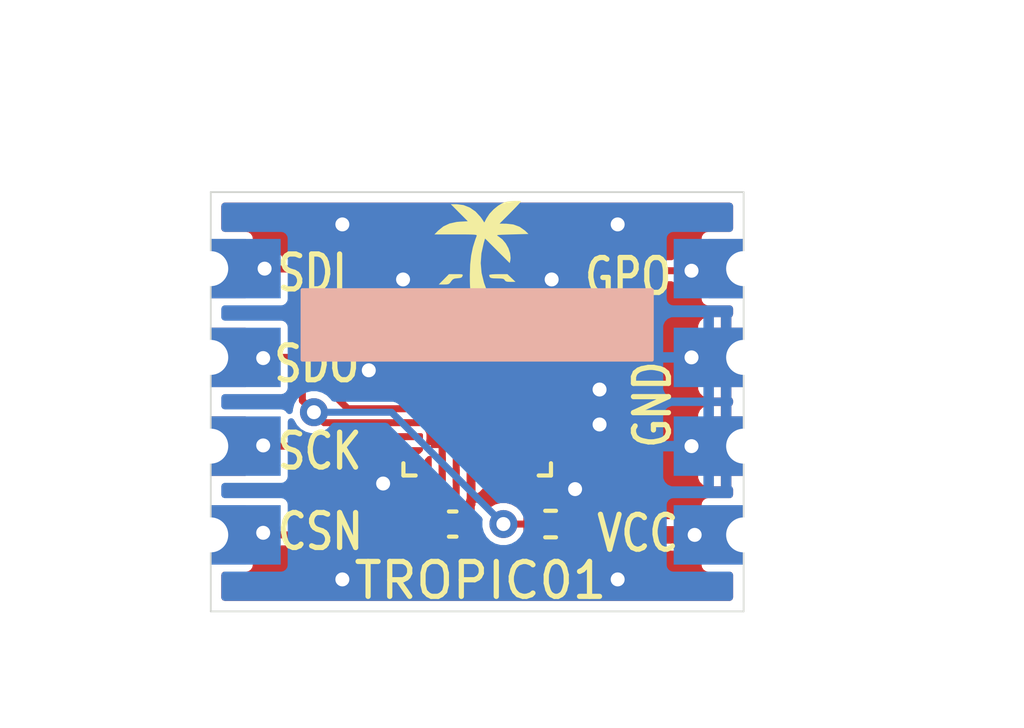
<source format=kicad_pcb>
(kicad_pcb (version 20241229) (generator "pcbnew") (generator_version "9.0")
  (layers (0 "F.Cu" signal) (2 "B.Cu" signal) (13 "F.Paste" user) (15 "B.Paste" user) (5 "F.SilkS" user "F.Silkscreen") (7 "B.SilkS" user "B.Silkscreen") (1 "F.Mask" user) (3 "B.Mask" user) (25 "Edge.Cuts" user))
  (net 0 "")
  (net 1 "VCC")
  (net 2 "GND")
  (net 8 "/GPO")
  (net 9 "/SPI_SCK")
  (net 11 "/SPI_CS")
  (net 15 "/SPI_MOSI")
  (net 17 "/SPI_MISO")
  (footprint "_con_misc:castellated_4x2.54" (layer "F.Cu") (at 130 99.81 180)
    (property "Reference" "J2" (hide yes))
    (property "Value" "Edge conn 4x 2.54")
    (pad "1" smd rect (at -1 7.62 180) (size 2 1.7) (layers "B.Cu" "B.Mask") (net 15 "/SPI_MOSI"))
    (pad "1" thru_hole rect (at 0 7.62 180) (size 1 1.7) (drill 1 (offset -0.5 0)) (property pad_prop_castellated) (layers "*.Cu" "*.Mask") (net 15 "/SPI_MOSI"))
    (pad "2" smd rect (at -1 5.08 180) (size 2 1.7) (layers "B.Cu" "B.Mask") (net 17 "/SPI_MISO"))
    (pad "2" thru_hole rect (at 0 5.08 180) (size 1 1.7) (drill 1 (offset -0.5 0)) (property pad_prop_castellated) (layers "*.Cu" "*.Mask") (net 17 "/SPI_MISO"))
    (pad "3" smd rect (at -1 2.54 180) (size 2 1.7) (layers "B.Cu" "B.Mask") (net 9 "/SPI_SCK"))
    (pad "3" thru_hole rect (at 0 2.54 180) (size 1 1.7) (drill 1 (offset -0.5 0)) (property pad_prop_castellated) (layers "*.Cu" "*.Mask") (net 9 "/SPI_SCK"))
    (pad "4" smd rect (at -1 0 180) (size 2 1.7) (layers "B.Cu" "B.Mask") (net 11 "/SPI_CS"))
    (pad "4" thru_hole rect (at 0 0 180) (size 1 1.7) (drill 1 (offset -0.5 0)) (property pad_prop_castellated) (layers "*.Cu" "*.Mask") (net 11 "/SPI_CS"))
  )
  (footprint "Resistor_SMD:R_0402_1005Metric" (layer "F.Cu") (at 139.72 99.5)
    (property "Reference" "R1" (hide yes))
    (property "Value" "47k")
    (fp_line (start -0.153641 -0.38) (end 0.153641 -0.38) (stroke (width 0.12)) (layer "F.SilkS"))
    (fp_line (start -0.153641 0.38) (end 0.153641 0.38) (stroke (width 0.12)) (layer "F.SilkS"))
    (pad "1" smd roundrect (at -0.51 0) (size 0.54 0.64) (layers "F.Cu" "F.Mask" "F.Paste") (net 17 "/SPI_MISO"))
    (pad "2" smd roundrect (at 0.51 0) (size 0.54 0.64) (layers "F.Cu" "F.Mask" "F.Paste") (net 1 "VCC"))
  )
  (footprint "tropic01_chip:QFN-32-1EP_4x4mm_P0.4mm_EP2.65x2.65mm" (layer "F.Cu") (at 137.62 96)
    (property "Reference" "IC1" (hide yes))
    (property "Value" "TROPIC01_chip")
    (fp_line (start -2.11 -1.76) (end -2.11 -1.87) (stroke (width 0.12)) (layer "F.SilkS"))
    (fp_line (start -2.11 2.11) (end -2.11 1.76) (stroke (width 0.12)) (layer "F.SilkS"))
    (fp_line (start -1.76 2.11) (end -2.11 2.11) (stroke (width 0.12)) (layer "F.SilkS"))
    (fp_line (start 1.76 -2.11) (end 2.11 -2.11) (stroke (width 0.12)) (layer "F.SilkS"))
    (fp_line (start 1.76 2.11) (end 2.11 2.11) (stroke (width 0.12)) (layer "F.SilkS"))
    (fp_line (start 2.11 -2.11) (end 2.11 -1.76) (stroke (width 0.12)) (layer "F.SilkS"))
    (fp_line (start 2.11 2.11) (end 2.11 1.76) (stroke (width 0.12)) (layer "F.SilkS"))
    (fp_poly (pts (xy -2.11 -2.11) (xy -2.35 -2.44) (xy -1.87 -2.44) (xy -2.11 -2.11)) (stroke (width 0.12)) (fill yes) (layer "F.SilkS"))
    (pad "1" smd custom (at -1.95 -1.4) (size 0.129289 0.129289) (layers "F.Cu" "F.Mask" "F.Paste") (net 1 "VCC") (options (clearance outline) (anchor circle)) (primitives (gr_poly (pts (xy -0.35 -0.05) (xy 0.279289 -0.05) (xy 0.35 0.020711) (xy 0.35 0.05) (xy -0.35 0.05)) (width 0.1) (fill yes))))
    (pad "2" smd roundrect (at -1.95 -1) (size 0.8 0.2) (layers "F.Cu" "F.Mask" "F.Paste") (net 2 "GND"))
    (pad "3" smd roundrect (at -1.95 -0.6) (size 0.8 0.2) (layers "F.Cu" "F.Mask" "F.Paste") (net 2 "GND"))
    (pad "4" smd roundrect (at -1.95 -0.2) (size 0.8 0.2) (layers "F.Cu" "F.Mask" "F.Paste") (net 8 "/GPO"))
    (pad "5" smd roundrect (at -1.95 0.2) (size 0.8 0.2) (layers "F.Cu" "F.Mask" "F.Paste") (net 15 "/SPI_MOSI"))
    (pad "6" smd roundrect (at -1.95 0.6) (size 0.8 0.2) (layers "F.Cu" "F.Mask" "F.Paste") (net 17 "/SPI_MISO"))
    (pad "7" smd roundrect (at -1.95 1) (size 0.8 0.2) (layers "F.Cu" "F.Mask" "F.Paste") (net 9 "/SPI_SCK"))
    (pad "8" smd custom (at -1.95 1.4) (size 0.129289 0.129289) (layers "F.Cu" "F.Mask" "F.Paste") (net 11 "/SPI_CS") (options (clearance outline) (anchor circle)) (primitives (gr_poly (pts (xy -0.35 -0.05) (xy 0.35 -0.05) (xy 0.35 -0.020711) (xy 0.279289 0.05) (xy -0.35 0.05)) (width 0.1) (fill yes))))
    (pad "9" smd custom (at -1.4 1.95) (size 0.129289 0.129289) (layers "F.Cu" "F.Mask" "F.Paste") (net 2 "GND") (options (clearance outline) (anchor circle)) (primitives (gr_poly (pts (xy -0.05 -0.279289) (xy 0.020711 -0.35) (xy 0.05 -0.35) (xy 0.05 0.35) (xy -0.05 0.35)) (width 0.1) (fill yes))))
    (pad "10" smd roundrect (at -1 1.95) (size 0.2 0.8) (layers "F.Cu" "F.Mask" "F.Paste") (net 2 "GND"))
    (pad "11" smd roundrect (at -0.6 1.95) (size 0.2 0.8) (layers "F.Cu" "F.Mask" "F.Paste") (net 1 "VCC"))
    (pad "12" smd roundrect (at -0.2 1.95) (size 0.2 0.8) (layers "F.Cu" "F.Mask" "F.Paste") (net 2 "GND"))
    (pad "13" smd roundrect (at 0.2 1.95) (size 0.2 0.8) (layers "F.Cu" "F.Mask" "F.Paste"))
    (pad "14" smd roundrect (at 0.6 1.95) (size 0.2 0.8) (layers "F.Cu" "F.Mask" "F.Paste"))
    (pad "15" smd roundrect (at 1 1.95) (size 0.2 0.8) (layers "F.Cu" "F.Mask" "F.Paste"))
    (pad "16" smd custom (at 1.4 1.95) (size 0.129289 0.129289) (layers "F.Cu" "F.Mask" "F.Paste") (options (clearance outline) (anchor circle)) (primitives (gr_poly (pts (xy -0.05 -0.35) (xy -0.020711 -0.35) (xy 0.05 -0.279289) (xy 0.05 0.35) (xy -0.05 0.35)) (width 0.1) (fill yes))))
    (pad "17" smd custom (at 1.95 1.4) (size 0.129289 0.129289) (layers "F.Cu" "F.Mask" "F.Paste") (options (clearance outline) (anchor circle)) (primitives (gr_poly (pts (xy -0.35 -0.05) (xy 0.35 -0.05) (xy 0.35 0.05) (xy -0.279289 0.05) (xy -0.35 -0.020711)) (width 0.1) (fill yes))))
    (pad "18" smd roundrect (at 1.95 1) (size 0.8 0.2) (layers "F.Cu" "F.Mask" "F.Paste"))
    (pad "19" smd roundrect (at 1.95 0.6) (size 0.8 0.2) (layers "F.Cu" "F.Mask" "F.Paste"))
    (pad "20" smd roundrect (at 1.95 0.2) (size 0.8 0.2) (layers "F.Cu" "F.Mask" "F.Paste"))
    (pad "21" smd roundrect (at 1.95 -0.2) (size 0.8 0.2) (layers "F.Cu" "F.Mask" "F.Paste"))
    (pad "22" smd roundrect (at 1.95 -0.6) (size 0.8 0.2) (layers "F.Cu" "F.Mask" "F.Paste") (net 1 "VCC"))
    (pad "23" smd roundrect (at 1.95 -1) (size 0.8 0.2) (layers "F.Cu" "F.Mask" "F.Paste") (net 2 "GND"))
    (pad "24" smd custom (at 1.95 -1.4) (size 0.129289 0.129289) (layers "F.Cu" "F.Mask" "F.Paste") (net 1 "VCC") (options (clearance outline) (anchor circle)) (primitives (gr_poly (pts (xy -0.35 0.020711) (xy -0.279289 -0.05) (xy 0.35 -0.05) (xy 0.35 0.05) (xy -0.35 0.05)) (width 0.1) (fill yes))))
    (pad "25" smd custom (at 1.4 -1.95) (size 0.129289 0.129289) (layers "F.Cu" "F.Mask" "F.Paste") (options (clearance outline) (anchor circle)) (primitives (gr_poly (pts (xy -0.05 -0.35) (xy 0.05 -0.35) (xy 0.05 0.279289) (xy -0.020711 0.35) (xy -0.05 0.35)) (width 0.1) (fill yes))))
    (pad "26" smd roundrect (at 1 -1.95) (size 0.2 0.8) (layers "F.Cu" "F.Mask" "F.Paste"))
    (pad "27" smd roundrect (at 0.6 -1.95) (size 0.2 0.8) (layers "F.Cu" "F.Mask" "F.Paste"))
    (pad "28" smd roundrect (at 0.2 -1.95) (size 0.2 0.8) (layers "F.Cu" "F.Mask" "F.Paste"))
    (pad "29" smd roundrect (at -0.2 -1.95) (size 0.2 0.8) (layers "F.Cu" "F.Mask" "F.Paste"))
    (pad "30" smd roundrect (at -0.6 -1.95) (size 0.2 0.8) (layers "F.Cu" "F.Mask" "F.Paste") (net 2 "GND"))
    (pad "31" smd roundrect (at -1 -1.95) (size 0.2 0.8) (layers "F.Cu" "F.Mask" "F.Paste") (net 2 "GND"))
    (pad "32" smd custom (at -1.4 -1.95) (size 0.129289 0.129289) (layers "F.Cu" "F.Mask" "F.Paste") (options (clearance outline) (anchor circle)) (primitives (gr_poly (pts (xy -0.05 -0.35) (xy 0.05 -0.35) (xy 0.05 0.35) (xy 0.020711 0.35) (xy -0.05 0.279289)) (width 0.1) (fill yes))))
    (pad "33" smd rect (at 0 0) (size 2.65 2.65) (property pad_prop_heatsink) (layers "F.Cu" "F.Mask") (net 2 "GND"))
  )
  (footprint "Fiducial:Fiducial_0.5mm_Mask1mm" (layer "F.Cu") (at 135.12 99.5)
    (property "Reference" "FID1" (hide yes))
    (property "Value" "Fiducial" (hide yes))
    (pad "" smd circle (at 0 0) (size 0.5 0.5) (layers "F.Cu" "F.Mask") (clearance 0.35))
  )
  (footprint "_con_misc:castellated_4x2.54" (layer "F.Cu") (at 145.24 92.19)
    (property "Reference" "J1" (hide yes))
    (property "Value" "Edge conn 4x 2.54")
    (pad "1" smd rect (at -1 7.62) (size 2 1.7) (layers "B.Cu" "B.Mask") (net 1 "VCC"))
    (pad "1" thru_hole rect (at 0 7.62) (size 1 1.7) (drill 1 (offset -0.5 0)) (property pad_prop_castellated) (layers "*.Cu" "*.Mask") (net 1 "VCC"))
    (pad "2" smd rect (at -1 5.08) (size 2 1.7) (layers "B.Cu" "B.Mask") (net 2 "GND"))
    (pad "2" thru_hole rect (at 0 5.08) (size 1 1.7) (drill 1 (offset -0.5 0)) (property pad_prop_castellated) (layers "*.Cu" "*.Mask") (net 2 "GND"))
    (pad "3" smd rect (at -1 2.54) (size 2 1.7) (layers "B.Cu" "B.Mask") (net 2 "GND"))
    (pad "3" thru_hole rect (at 0 2.54) (size 1 1.7) (drill 1 (offset -0.5 0)) (property pad_prop_castellated) (layers "*.Cu" "*.Mask") (net 2 "GND"))
    (pad "4" smd rect (at -1 0) (size 2 1.7) (layers "B.Cu" "B.Mask") (net 8 "/GPO"))
    (pad "4" thru_hole rect (at 0 0) (size 1 1.7) (drill 1 (offset -0.5 0)) (property pad_prop_castellated) (layers "*.Cu" "*.Mask") (net 8 "/GPO"))
  )
  (footprint "Capacitor_SMD:C_0402_1005Metric" (layer "F.Cu") (at 136.92 99.5 180)
    (property "Reference" "C2" (hide yes))
    (property "Value" "100n")
    (fp_line (start -0.107836 0.36) (end 0.107836 0.36) (stroke (width 0.12)) (layer "F.SilkS"))
    (fp_line (start -0.107836 -0.36) (end 0.107836 -0.36) (stroke (width 0.12)) (layer "F.SilkS"))
    (pad "1" smd roundrect (at -0.48 0 180) (size 0.56 0.62) (layers "F.Cu" "F.Mask" "F.Paste") (net 2 "GND"))
    (pad "2" smd roundrect (at 0.48 0 180) (size 0.56 0.62) (layers "F.Cu" "F.Mask" "F.Paste") (net 1 "VCC"))
  )
  (footprint "Capacitor_SMD:C_0402_1005Metric" (layer "F.Cu") (at 141.12 94.48 90)
    (property "Reference" "C3" (hide yes))
    (property "Value" "100n")
    (fp_line (start -0.107836 -0.36) (end 0.107836 -0.36) (stroke (width 0.12)) (layer "F.SilkS"))
    (fp_line (start -0.107836 0.36) (end 0.107836 0.36) (stroke (width 0.12)) (layer "F.SilkS"))
    (pad "1" smd roundrect (at -0.48 0 90) (size 0.56 0.62) (layers "F.Cu" "F.Mask" "F.Paste") (net 2 "GND"))
    (pad "2" smd roundrect (at 0.48 0 90) (size 0.56 0.62) (layers "F.Cu" "F.Mask" "F.Paste") (net 1 "VCC"))
  )
  (footprint "ts_logo:tropicsquare_palm_3" (layer "F.Cu") (at 136.982372 91.766868)
    (property "Reference" "G2" (hide yes))
    (property "Value" "logo" (hide yes))
    (fp_poly (pts (xy 0.133872 0.581189) (xy 0.192987 0.584634) (xy 0.220515 0.59368) (xy 0.225372 0.611028) (xy 0.217632 0.636235) (xy 0.196231 0.670944) (xy 0.155393 0.689693) (xy 0.080773 0.698705) (xy 0.072535 0.699215) (xy -0.006383 0.70788) (xy -0.055957 0.728756) (xy -0.096218 0.771988) (xy -0.110067 0.791702) (xy -0.145862 0.839346) (xy -0.181255 0.864814) (xy -0.232958 0.875044) (xy -0.315492 0.876971) (xy -0.462967 0.87714) (xy -0.316265 0.72889) (xy -0.169563 0.580641) (xy 0.034257 0.580641)) (fill yes) (layer "F.SilkS"))
    (fp_poly (pts (xy -0.486362 1.151815) (xy -0.426366 1.159388) (xy -0.402758 1.170026) (xy -0.402744 1.170305) (xy -0.416722 1.202937) (xy -0.450523 1.252411) (xy -0.45216 1.254504) (xy -0.486315 1.302008) (xy -0.501527 1.331238) (xy -0.501577 1.331961) (xy -0.478883 1.338949) (xy -0.418842 1.344122) (xy -0.333519 1.346529) (xy -0.315849 1.346595) (xy -0.130121 1.346595) (xy -0.192724 1.470136) (xy -0.255327 1.593676) (xy -0.717674 1.593676) (xy -1.180021 1.593676) (xy -0.958678 1.371303) (xy -0.737334 1.148929) (xy -0.570039 1.148929)) (fill yes) (layer "F.SilkS"))
    (fp_poly (pts (xy 1.618587 0.691255) (xy 1.734513 0.80187) (xy 1.59331 0.802442) (xy 1.508356 0.79963) (xy 1.458804 0.787652) (xy 1.430911 0.762506) (xy 1.425661 0.753599) (xy 1.406019 0.728364) (xy 1.372886 0.713433) (xy 1.314791 0.706235) (xy 1.220261 0.704201) (xy 1.205061 0.704182) (xy 1.09781 0.701372) (xy 1.030841 0.690258) (xy 0.995206 0.666813) (xy 0.981957 0.627012) (xy 0.980914 0.603329) (xy 1.003921 0.594039) (xy 1.066158 0.58659) (xy 1.157447 0.581865) (xy 1.241788 0.580641) (xy 1.502662 0.580641)) (fill yes) (layer "F.SilkS"))
    (fp_poly (pts (xy 2.238946 1.309258) (xy 2.525174 1.593127) (xy 1.592441 1.593402) (xy 0.659708 1.593676) (xy 0.659708 1.470136) (xy 0.659708 1.346595) (xy 1.252704 1.346595) (xy 1.41798 1.34579) (xy 1.565524 1.343528) (xy 1.688582 1.34004) (xy 1.780403 1.335557) (xy 1.834235 1.330309) (xy 1.8457 1.326349) (xy 1.831914 1.297591) (xy 1.795827 1.241935) (xy 1.746867 1.173638) (xy 1.696971 1.105675) (xy 1.661445 1.055211) (xy 1.648034 1.03328) (xy 1.670521 1.029166) (xy 1.7291 1.026312) (xy 1.800376 1.025389) (xy 1.952718 1.025389)) (fill yes) (layer "F.SilkS"))
    (fp_poly (pts (xy 1.849473 -1.515062) (xy 1.890473 -1.50852) (xy 1.895116 -1.504388) (xy 1.878471 -1.48084) (xy 1.832282 -1.428594) (xy 1.762171 -1.353672) (xy 1.673757 -1.262096) (xy 1.586739 -1.173982) (xy 1.278362 -0.864787) (xy 1.469375 -0.863513) (xy 1.672004 -0.840666) (xy 1.85012 -0.775108) (xy 2.003262 -0.667016) (xy 2.018657 -0.652445) (xy 2.105136 -0.568289) (xy 1.63568 -0.555934) (xy 1.473277 -0.551503) (xy 1.354839 -0.547507) (xy 1.274929 -0.543194) (xy 1.22811 -0.537812) (xy 1.208944 -0.53061) (xy 1.211994 -0.520835) (xy 1.231824 -0.507736) (xy 1.242859 -0.501603) (xy 1.356589 -0.416161) (xy 1.454655 -0.29896) (xy 1.530958 -0.162269) (xy 1.579399 -0.018353) (xy 1.593879 0.120519) (xy 1.58568 0.187971) (xy 1.568579 0.265829) (xy 1.215655 -0.086466) (xy 0.86273 -0.438761) (xy 0.824134 -0.305859) (xy 0.759727 -0.015591) (xy 0.739493 0.265486) (xy 0.763928 0.544562) (xy 0.833531 0.828828) (xy 0.918431 1.056274) (xy 0.922823 1.076271) (xy 0.909951 1.088959) (xy 0.871553 1.095972) (xy 0.79937 1.098943) (xy 0.699884 1.099513) (xy 0.462984 1.099513) (xy 0.443982 1.031566) (xy 0.437367 0.983218) (xy 0.432029 0.896217) (xy 0.428386 0.781317) (xy 0.426855 0.649274) (xy 0.426934 0.592996) (xy 0.436929 0.303415) (xy 0.465208 0.047317) (xy 0.514127 -0.188594) (xy 0.586038 -0.417613) (xy 0.622751 -0.512695) (xy 0.625437 -0.526076) (xy 0.617616 -0.536379) (xy 0.593784 -0.544004) (xy 0.548438 -0.549349) (xy 0.476072 -0.552815) (xy 0.371185 -0.554802) (xy 0.228271 -0.555708) (xy 0.041826 -0.555934) (xy 0.027148 -0.555934) (xy -0.58599 -0.555934) (xy -0.478737 -0.665217) (xy -0.328876 -0.786332) (xy -0.153581 -0.86861) (xy 0.051051 -0.913647) (xy 0.149593 -0.921987) (xy 0.368369 -0.932848) (xy 0.125348 -1.176784) (xy -0.117673 -1.42072) (xy 0.054821 -1.420701) (xy 0.2457 -1.396633) (xy 0.425468 -1.326226) (xy 0.58965 -1.21211) (xy 0.733777 -1.056914) (xy 0.776787 -0.996208) (xy 0.842007 -0.897654) (xy 0.901285 -1.014294) (xy 0.986794 -1.144314) (xy 1.104508 -1.271486) (xy 1.238819 -1.380471) (xy 1.329776 -1.435399) (xy 1.413829 -1.472948) (xy 1.498954 -1.496317) (xy 1.603973 -1.509777) (xy 1.67892 -1.514599) (xy 1.775242 -1.517264)) (fill yes) (layer "F.SilkS"))
  )
  (footprint "Capacitor_SMD:C_0402_1005Metric" (layer "F.Cu") (at 134.42 93.5 90)
    (property "Reference" "C1" (hide yes))
    (property "Value" "100n")
    (fp_line (start -0.107836 -0.36) (end 0.107836 -0.36) (stroke (width 0.12)) (layer "F.SilkS"))
    (fp_line (start -0.107836 0.36) (end 0.107836 0.36) (stroke (width 0.12)) (layer "F.SilkS"))
    (pad "1" smd roundrect (at -0.48 0 90) (size 0.56 0.62) (layers "F.Cu" "F.Mask" "F.Paste") (net 2 "GND"))
    (pad "2" smd roundrect (at 0.48 0 90) (size 0.56 0.62) (layers "F.Cu" "F.Mask" "F.Paste") (net 1 "VCC"))
  )
  (gr_rect (start 132.62 92.8) (end 142.62 94.8) (stroke (width 0.1)) (fill yes) (layer "B.SilkS"))
  (gr_line (start 130 102) (end 130 90) (stroke (width 0.05)) (layer "Edge.Cuts"))
  (gr_line (start 145.24 102) (end 130 102) (stroke (width 0.05)) (layer "Edge.Cuts"))
  (gr_line (start 130 90) (end 145.24 90) (stroke (width 0.05)) (layer "Edge.Cuts"))
  (gr_line (start 145.24 90) (end 145.24 102) (stroke (width 0.05)) (layer "Edge.Cuts"))
  (gr_text "SCK" (at 131.834349 98 0) (layer "F.SilkS") (effects (font (size 1 0.8)) (justify left bottom)))
  (gr_text "SDO" (at 131.734349 95.5 0) (layer "F.SilkS") (effects (font (size 1 0.8)) (justify left bottom)))
  (gr_text "CSN" (at 131.834349 100.3 0) (layer "F.SilkS") (effects (font (size 1 0.8)) (justify left bottom)))
  (gr_text "TROPIC01" (at 134.02 101.7 0) (layer "F.SilkS") (effects (font (size 1 1)) (justify left bottom)))
  (gr_text "GND" (at 143.22 97.4 90) (layer "F.SilkS") (effects (font (size 1 0.8)) (justify left bottom)))
  (gr_text "VCC" (at 140.97 100.35 0) (layer "F.SilkS") (effects (font (size 1 0.8)) (justify left bottom)))
  (gr_text "SDI" (at 131.834349 92.9 0) (layer "F.SilkS") (effects (font (size 1 0.8)) (justify left bottom)))
  (gr_text "GPO" (at 140.62 93 0) (layer "F.SilkS") (effects (font (size 1 0.8)) (justify left bottom)))
  (segment (start 140.27 94.6) (end 140.87 94) (width 0.2) (layer "F.Cu") (net 1))
  (segment (start 141.27 98.82) (end 141.27 97.93) (width 0.3) (layer "F.Cu") (net 1))
  (segment (start 135.05 91.8) (end 134.42 92.43) (width 0.3) (layer "F.Cu") (net 1))
  (segment (start 141.12 94) (end 141.93 94) (width 0.2) (layer "F.Cu") (net 1))
  (segment (start 141.27 99.45) (end 141.27 100.05) (width 0.3) (layer "F.Cu") (net 1))
  (segment (start 135.13 94.6) (end 135.031 94.501) (width 0.2) (layer "F.Cu") (net 1))
  (segment (start 139.57 95.4) (end 140.17 95.4) (width 0.2) (layer "F.Cu") (net 1))
  (segment (start 141.93 93.66) (end 140.07 91.8) (width 0.3) (layer "F.Cu") (net 1))
  (segment (start 141.93 97.27) (end 141.93 94) (width 0.3) (layer "F.Cu") (net 1))
  (segment (start 140.87 94) (end 141.12 94) (width 0.2) (layer "F.Cu") (net 1))
  (segment (start 142.33 99.81) (end 142.02 99.5) (width 0.5) (layer "F.Cu") (net 1))
  (segment (start 140.07 91.8) (end 135.05 91.8) (width 0.3) (layer "F.Cu") (net 1))
  (segment (start 134.42 92.43) (end 134.42 93.02) (width 0.3) (layer "F.Cu") (net 1))
  (segment (start 142.02 99.5) (end 141.32 99.5) (width 0.5) (layer "F.Cu") (net 1))
  (segment (start 137.02 97.95) (end 137.02 98.715686) (width 0.2) (layer "F.Cu") (net 1))
  (segment (start 141.17 93.95) (end 141.12 94) (width 0.3) (layer "F.Cu") (net 1))
  (segment (start 137.02 98.715686) (end 136.44 99.295686) (width 0.2) (layer "F.Cu") (net 1))
  (segment (start 141.27 97.93) (end 141.93 97.27) (width 0.3) (layer "F.Cu") (net 1))
  (segment (start 141.22 99.5) (end 141.27 99.45) (width 0.2) (layer "F.Cu") (net 1))
  (segment (start 140.17 95.4) (end 140.37 95.6) (width 0.2) (layer "F.Cu") (net 1))
  (segment (start 135.67 94.6) (end 135.13 94.6) (width 0.2) (layer "F.Cu") (net 1))
  (segment (start 144.62 99.81) (end 143.53 99.81) (width 0.5) (layer "F.Cu") (net 1))
  (segment (start 136.44 99.295686) (end 136.44 99.5) (width 0.2) (layer "F.Cu") (net 1))
  (segment (start 140.23 99.5) (end 141.22 99.5) (width 0.2) (layer "F.Cu") (net 1))
  (segment (start 135.031 94.501) (end 135.031 93.631) (width 0.2) (layer "F.Cu") (net 1))
  (segment (start 143.53 99.81) (end 142.33 99.81) (width 0.5) (layer "F.Cu") (net 1))
  (segment (start 139.57 94.6) (end 140.27 94.6) (width 0.2) (layer "F.Cu") (net 1))
  (segment (start 136.87 100.35) (end 136.44 99.92) (width 0.3) (layer "F.Cu") (net 1))
  (segment (start 136.44 99.92) (end 136.44 99.5) (width 0.3) (layer "F.Cu") (net 1))
  (segment (start 141.93 94) (end 141.93 93.66) (width 0.3) (layer "F.Cu") (net 1))
  (segment (start 140.97 100.35) (end 136.87 100.35) (width 0.3) (layer "F.Cu") (net 1))
  (segment (start 141.27 100.05) (end 140.97 100.35) (width 0.3) (layer "F.Cu") (net 1))
  (segment (start 140.37 97.03) (end 141.27 97.93) (width 0.2) (layer "F.Cu") (net 1))
  (segment (start 135.031 93.631) (end 134.42 93.02) (width 0.2) (layer "F.Cu") (net 1))
  (segment (start 141.27 98.82) (end 141.27 99.45) (width 0.3) (layer "F.Cu") (net 1))
  (segment (start 140.37 95.6) (end 140.37 97.03) (width 0.2) (layer "F.Cu") (net 1))
  (segment (start 141.32 99.5) (end 141.27 99.45) (width 0.5) (layer "F.Cu") (net 1))
  (via (at 143.84 99.81) (size 0.8) (drill 0.4) (layers "F.Cu" "B.Cu") (net 1))
  (segment (start 135.67 95) (end 134.62 95) (width 0.2) (layer "F.Cu") (net 2))
  (segment (start 134.52 94.08) (end 134.42 93.98) (width 0.2) (layer "F.Cu") (net 2))
  (segment (start 143.54 94.73) (end 143.02 94.73) (width 0.3) (layer "F.Cu") (net 2))
  (segment (start 139.57 95) (end 138.62 95) (width 0.2) (layer "F.Cu") (net 2))
  (segment (start 137.02 94.05) (end 137.02 95.4) (width 0.2) (layer "F.Cu") (net 2))
  (segment (start 136.62 97.95) (end 136.62 97) (width 0.2) (layer "F.Cu") (net 2))
  (segment (start 136.62 97.95) (end 136.62 98.55) (width 0.2) (layer "F.Cu") (net 2))
  (segment (start 142.82 94.93) (end 143.02 94.73) (width 0.3) (layer "F.Cu") (net 2))
  (segment (start 134.62 95) (end 134.52 95.1) (width 0.2) (layer "F.Cu") (net 2))
  (segment (start 135.67 95.4) (end 137.02 95.4) (width 0.2) (layer "F.Cu") (net 2))
  (segment (start 136.22 97.95) (end 136.22 98.75) (width 0.2) (layer "F.Cu") (net 2))
  (segment (start 137.42 96.2) (end 137.62 96) (width 0.2) (layer "F.Cu") (net 2))
  (segment (start 143.53 97.27) (end 142.99 97.27) (width 0.3) (layer "F.Cu") (net 2))
  (segment (start 135.040165 95.4) (end 135.67 95.4) (width 0.2) (layer "F.Cu") (net 2))
  (segment (start 137.42 97.95) (end 137.42 96.2) (width 0.2) (layer "F.Cu") (net 2))
  (segment (start 136.62 97) (end 137.62 96) (width 0.2) (layer "F.Cu") (net 2))
  (segment (start 134.740165 95.1) (end 135.040165 95.4) (width 0.2) (layer "F.Cu") (net 2))
  (segment (start 137.4 99) (end 137.4 99.5) (width 0.2) (layer "F.Cu") (net 2))
  (segment (start 134.52 95.1) (end 134.740165 95.1) (width 0.2) (layer "F.Cu") (net 2))
  (segment (start 141.12 94.96) (end 141.12 95.65) (width 0.2) (layer "F.Cu") (net 2))
  (segment (start 136.62 98.55) (end 136.42 98.75) (width 0.2) (layer "F.Cu") (net 2))
  (segment (start 137.472 98.928) (end 137.4 99) (width 0.2) (layer "F.Cu") (net 2))
  (segment (start 137.02 95.4) (end 137.62 96) (width 0.2) (layer "F.Cu") (net 2))
  (segment (start 141.08 95) (end 141.12 94.96) (width 0.2) (layer "F.Cu") (net 2))
  (segment (start 136.21 98.76) (end 135.35 98.76) (width 0.2) (layer "F.Cu") (net 2))
  (segment (start 136.62 95) (end 137.62 96) (width 0.2) (layer "F.Cu") (net 2))
  (segment (start 136.42 98.75) (end 136.22 98.75) (width 0.2) (layer "F.Cu") (net 2))
  (segment (start 138.62 95) (end 137.62 96) (width 0.2) (layer "F.Cu") (net 2))
  (segment (start 135.67 95) (end 136.62 95) (width 0.2) (layer "F.Cu") (net 2))
  (segment (start 136.22 98.75) (end 136.21 98.76) (width 0.2) (layer "F.Cu") (net 2))
  (segment (start 142.82 97.1) (end 142.82 94.93) (width 0.3) (layer "F.Cu") (net 2))
  (segment (start 142.99 97.27) (end 142.82 97.1) (width 0.3) (layer "F.Cu") (net 2))
  (segment (start 135.35 98.76) (end 134.93 98.34) (width 0.2) (layer "F.Cu") (net 2))
  (segment (start 136.62 94.05) (end 136.62 95) (width 0.2) (layer "F.Cu") (net 2))
  (segment (start 139.57 95) (end 141.08 95) (width 0.2) (layer "F.Cu") (net 2))
  (segment (start 144.62 94.73) (end 143.54 94.73) (width 0.3) (layer "F.Cu") (net 2))
  (segment (start 137.472 97.95) (end 137.472 98.928) (width 0.2) (layer "F.Cu") (net 2))
  (segment (start 144.62 97.27) (end 143.53 97.27) (width 0.3) (layer "F.Cu") (net 2))
  (segment (start 134.52 95.1) (end 134.52 94.08) (width 0.2) (layer "F.Cu") (net 2))
  (via (at 134.93 98.34) (size 0.8) (drill 0.4) (layers "F.Cu" "B.Cu") (net 2))
  (via (at 141.638 101.084) (size 0.8) (drill 0.4) (layers "F.Cu" "B.Cu") (net 2))
  (via (at 141.638 90.924) (size 0.8) (drill 0.4) (layers "F.Cu" "B.Cu") (net 2))
  (via (at 143.75 94.73) (size 0.8) (drill 0.4) (layers "F.Cu" "B.Cu") (net 2))
  (via (at 143.75 97.27) (size 0.8) (drill 0.4) (layers "F.Cu" "B.Cu") (net 2))
  (via (at 140.42 98.5) (size 0.8) (drill 0.4) (layers "F.Cu" "B.Cu") (net 2))
  (via (at 141.12 96.65) (size 0.8) (drill 0.4) (layers "F.Cu" "B.Cu") (net 2))
  (via (at 141.12 95.65) (size 0.8) (drill 0.4) (layers "F.Cu" "B.Cu") (net 2))
  (via (at 135.5 92.5) (size 0.8) (drill 0.4) (layers "F.Cu" "B.Cu") (net 2))
  (via (at 133.764 101.084) (size 0.8) (drill 0.4) (layers "F.Cu" "B.Cu") (net 2))
  (via (at 139.75 92.5) (size 0.8) (drill 0.4) (layers "F.Cu" "B.Cu") (net 2))
  (via (at 133.764 90.924) (size 0.8) (drill 0.4) (layers "F.Cu" "B.Cu") (net 2))
  (via (at 134.52 95.1) (size 0.8) (drill 0.4) (layers "F.Cu" "B.Cu") (net 2))
  (segment (start 134.19 95.8) (end 133.62 95.23) (width 0.2) (layer "F.Cu") (net 8))
  (segment (start 141.72 92.25) (end 143.54 92.25) (width 0.2) (layer "F.Cu") (net 8))
  (segment (start 133.62 92.3) (end 134.67 91.25) (width 0.2) (layer "F.Cu") (net 8))
  (segment (start 135.67 95.8) (end 134.19 95.8) (width 0.2) (layer "F.Cu") (net 8))
  (segment (start 133.62 95.23) (end 133.62 92.3) (width 0.2) (layer "F.Cu") (net 8))
  (segment (start 145.19 92.24) (end 145.25 92.18) (width 0.2) (layer "F.Cu") (net 8))
  (segment (start 143.54 92.25) (end 144.56 92.25) (width 0.2) (layer "F.Cu") (net 8))
  (segment (start 140.72 91.25) (end 141.72 92.25) (width 0.2) (layer "F.Cu") (net 8))
  (segment (start 134.67 91.25) (end 140.72 91.25) (width 0.2) (layer "F.Cu") (net 8))
  (via (at 143.75 92.25) (size 0.8) (drill 0.4) (layers "F.Cu" "B.Cu") (net 8))
  (segment (start 133.521276 97.528) (end 132.552492 97.528) (width 0.2) (layer "F.Cu") (net 9))
  (segment (start 130 97.27) (end 131.48 97.27) (width 0.2) (layer "F.Cu") (net 9))
  (segment (start 132.552492 97.528) (end 132.294492 97.27) (width 0.2) (layer "F.Cu") (net 9))
  (segment (start 134.049276 97) (end 133.521276 97.528) (width 0.2) (layer "F.Cu") (net 9))
  (segment (start 132.294492 97.27) (end 131.67 97.27) (width 0.2) (layer "F.Cu") (net 9))
  (segment (start 131.48 97.27) (end 131.5 97.25) (width 0.2) (layer "F.Cu") (net 9))
  (segment (start 135.67 97) (end 134.049276 97) (width 0.2) (layer "F.Cu") (net 9))
  (via (at 131.5 97.25) (size 0.8) (drill 0.4) (layers "F.Cu" "B.Cu") (net 9))
  (segment (start 130 99.81) (end 131.44 99.81) (width 0.2) (layer "F.Cu") (net 11))
  (segment (start 133.92 99.2) (end 133.31 99.81) (width 0.2) (layer "F.Cu") (net 11))
  (segment (start 130.95 99.9) (end 130.09 99.9) (width 0.2) (layer "F.Cu") (net 11))
  (segment (start 131.66 99.81) (end 131.57 99.9) (width 0.2) (layer "F.Cu") (net 11))
  (segment (start 133.92 98) (end 133.92 99.2) (width 0.2) (layer "F.Cu") (net 11))
  (segment (start 134.52 97.4) (end 133.92 98) (width 0.2) (layer "F.Cu") (net 11))
  (segment (start 131.44 99.81) (end 131.5 99.75) (width 0.2) (layer "F.Cu") (net 11))
  (segment (start 135.67 97.4) (end 134.52 97.4) (width 0.2) (layer "F.Cu") (net 11))
  (segment (start 133.31 99.81) (end 131.66 99.81) (width 0.2) (layer "F.Cu") (net 11))
  (segment (start 130.09 99.9) (end 130 99.81) (width 0.2) (layer "F.Cu") (net 11))
  (via (at 131.5 99.75) (size 0.8) (drill 0.4) (layers "F.Cu" "B.Cu") (net 11))
  (segment (start 133.22 95.5) (end 133.92 96.2) (width 0.2) (layer "F.Cu") (net 15))
  (segment (start 133.22 92.48) (end 133.22 95.5) (width 0.2) (layer "F.Cu") (net 15))
  (segment (start 132.94 92.2) (end 133.22 92.48) (width 0.2) (layer "F.Cu") (net 15))
  (segment (start 133.92 96.2) (end 135.67 96.2) (width 0.2) (layer "F.Cu") (net 15))
  (segment (start 130 92.19) (end 131.54 92.19) (width 0.2) (layer "F.Cu") (net 15))
  (segment (start 132.94 92.2) (end 131.55 92.2) (width 0.2) (layer "F.Cu") (net 15))
  (segment (start 131.55 92.2) (end 131.54 92.19) (width 0.2) (layer "F.Cu") (net 15))
  (via (at 131.54 92.19) (size 0.8) (drill 0.4) (layers "F.Cu" "B.Cu") (net 15))
  (segment (start 133.251644 96.6) (end 135.67 96.6) (width 0.2) (layer "F.Cu") (net 17))
  (segment (start 132.950822 96.299178) (end 133.251644 96.6) (width 0.2) (layer "F.Cu") (net 17))
  (segment (start 132.62 95.968355) (end 132.62 95.114) (width 0.2) (layer "F.Cu") (net 17))
  (segment (start 130 94.73) (end 131.48 94.73) (width 0.2) (layer "F.Cu") (net 17))
  (segment (start 139.21 99.5) (end 138.37 99.5) (width 0.2) (layer "F.Cu") (net 17))
  (segment (start 133.251645 96.6) (end 132.62 95.968355) (width 0.2) (layer "F.Cu") (net 17))
  (segment (start 132.62 95.114) (end 132.236 94.73) (width 0.2) (layer "F.Cu") (net 17))
  (segment (start 131.48 94.73) (end 131.5 94.75) (width 0.2) (layer "F.Cu") (net 17))
  (segment (start 132.236 94.73) (end 131.62 94.73) (width 0.2) (layer "F.Cu") (net 17))
  (via (at 132.950822 96.299178) (size 0.8) (drill 0.4) (layers "F.Cu" "B.Cu") (net 17))
  (via (at 138.37 99.5) (size 0.8) (drill 0.4) (layers "F.Cu" "B.Cu") (net 17))
  (via (at 131.5 94.75) (size 0.8) (drill 0.4) (layers "F.Cu" "B.Cu") (net 17))
  (segment (start 131.62 94.73) (end 131.63 94.73) (width 0.2) (layer "B.Cu") (net 17))
  (segment (start 135.169178 96.299178) (end 132.950822 96.299178) (width 0.2) (layer "B.Cu") (net 17))
  (segment (start 138.37 99.5) (end 135.169178 96.299178) (width 0.2) (layer "B.Cu") (net 17))
  (zone (net 2) (net_name "GND") (layers "F.Cu" "B.Cu") (name "GND") (connect_pads (clearance 0.2)) (min_thickness 0.2) (fill yes (thermal_gap 0.3) (thermal_bridge_width 0.3))
    (polygon (pts (xy 130.2 90.2) (xy 145 90.2) (xy 145 101.8) (xy 130.2 101.8)))
  )
)
</source>
